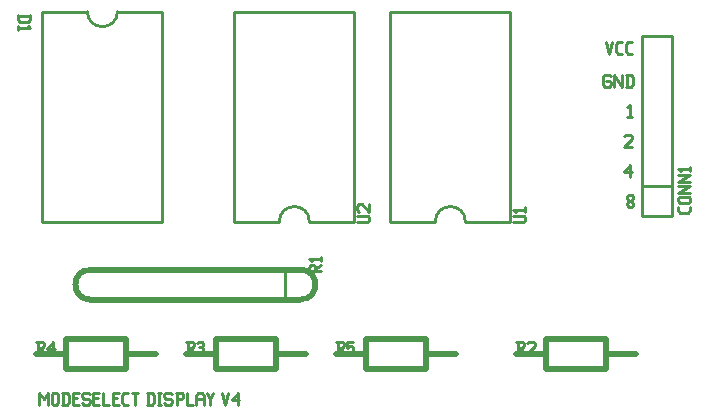
<source format=gto>
G04 start of page 13 for group -4079 idx -4079 *
G04 Title: (unknown), topsilk *
G04 Creator: pcb 4.2.2 *
G04 CreationDate: Sat Mar 22 22:15:11 2025 UTC *
G04 For: electronics *
G04 Format: Gerber/RS-274X *
G04 PCB-Dimensions (mil): 2500.00 1500.00 *
G04 PCB-Coordinate-Origin: lower left *
%MOIN*%
%FSLAX25Y25*%
%LNGTO*%
%ADD75C,0.0200*%
%ADD74C,0.0100*%
G54D74*X220000Y124000D02*X221000Y120000D01*
X222000Y124000D01*
X223900Y120000D02*X225200D01*
X223200Y120700D02*X223900Y120000D01*
X223200Y123300D02*Y120700D01*
Y123300D02*X223900Y124000D01*
X225200D01*
X227100Y120000D02*X228400D01*
X226400Y120700D02*X227100Y120000D01*
X226400Y123300D02*Y120700D01*
Y123300D02*X227100Y124000D01*
X228400D01*
X221000Y113000D02*X221500Y112500D01*
X219500Y113000D02*X221000D01*
X219000Y112500D02*X219500Y113000D01*
X219000Y112500D02*Y109500D01*
X219500Y109000D01*
X221000D01*
X221500Y109500D01*
Y110500D02*Y109500D01*
X221000Y111000D02*X221500Y110500D01*
X220000Y111000D02*X221000D01*
X222700Y113000D02*Y109000D01*
Y113000D02*X225200Y109000D01*
Y113000D02*Y109000D01*
X226900Y113000D02*Y109000D01*
X228200Y113000D02*X228900Y112300D01*
Y109700D01*
X228200Y109000D02*X228900Y109700D01*
X226400Y109000D02*X228200D01*
X226400Y113000D02*X228200D01*
X227000Y102200D02*X227800Y103000D01*
Y99000D01*
X227000D02*X228500D01*
X226000Y92500D02*X226500Y93000D01*
X228000D01*
X228500Y92500D01*
Y91500D01*
X226000Y89000D02*X228500Y91500D01*
X226000Y89000D02*X228500D01*
X226000Y80500D02*X228000Y83000D01*
X226000Y80500D02*X228500D01*
X228000Y83000D02*Y79000D01*
X227000Y69500D02*X227500Y69000D01*
X227000Y70300D02*Y69500D01*
Y70300D02*X227700Y71000D01*
X228300D01*
X229000Y70300D01*
Y69500D01*
X228500Y69000D02*X229000Y69500D01*
X227500Y69000D02*X228500D01*
X227000Y71700D02*X227700Y71000D01*
X227000Y72500D02*Y71700D01*
Y72500D02*X227500Y73000D01*
X228500D01*
X229000Y72500D01*
Y71700D01*
X228300Y71000D02*X229000Y71700D01*
X31000Y7000D02*Y3000D01*
Y7000D02*X32500Y5000D01*
X34000Y7000D01*
Y3000D01*
X35200Y6500D02*Y3500D01*
Y6500D02*X35700Y7000D01*
X36700D01*
X37200Y6500D01*
Y3500D01*
X36700Y3000D02*X37200Y3500D01*
X35700Y3000D02*X36700D01*
X35200Y3500D02*X35700Y3000D01*
X38900Y7000D02*Y3000D01*
X40200Y7000D02*X40900Y6300D01*
Y3700D01*
X40200Y3000D02*X40900Y3700D01*
X38400Y3000D02*X40200D01*
X38400Y7000D02*X40200D01*
X42100Y5200D02*X43600D01*
X42100Y3000D02*X44100D01*
X42100Y7000D02*Y3000D01*
Y7000D02*X44100D01*
X47300D02*X47800Y6500D01*
X45800Y7000D02*X47300D01*
X45300Y6500D02*X45800Y7000D01*
X45300Y6500D02*Y5500D01*
X45800Y5000D01*
X47300D01*
X47800Y4500D01*
Y3500D01*
X47300Y3000D02*X47800Y3500D01*
X45800Y3000D02*X47300D01*
X45300Y3500D02*X45800Y3000D01*
X49000Y5200D02*X50500D01*
X49000Y3000D02*X51000D01*
X49000Y7000D02*Y3000D01*
Y7000D02*X51000D01*
X52200D02*Y3000D01*
X54200D01*
X55400Y5200D02*X56900D01*
X55400Y3000D02*X57400D01*
X55400Y7000D02*Y3000D01*
Y7000D02*X57400D01*
X59300Y3000D02*X60600D01*
X58600Y3700D02*X59300Y3000D01*
X58600Y6300D02*Y3700D01*
Y6300D02*X59300Y7000D01*
X60600D01*
X61800D02*X63800D01*
X62800D02*Y3000D01*
X67300Y7000D02*Y3000D01*
X68600Y7000D02*X69300Y6300D01*
Y3700D01*
X68600Y3000D02*X69300Y3700D01*
X66800Y3000D02*X68600D01*
X66800Y7000D02*X68600D01*
X70500D02*X71500D01*
X71000D02*Y3000D01*
X70500D02*X71500D01*
X74700Y7000D02*X75200Y6500D01*
X73200Y7000D02*X74700D01*
X72700Y6500D02*X73200Y7000D01*
X72700Y6500D02*Y5500D01*
X73200Y5000D01*
X74700D01*
X75200Y4500D01*
Y3500D01*
X74700Y3000D02*X75200Y3500D01*
X73200Y3000D02*X74700D01*
X72700Y3500D02*X73200Y3000D01*
X76900Y7000D02*Y3000D01*
X76400Y7000D02*X78400D01*
X78900Y6500D01*
Y5500D01*
X78400Y5000D02*X78900Y5500D01*
X76900Y5000D02*X78400D01*
X80100Y7000D02*Y3000D01*
X82100D01*
X83300Y6000D02*Y3000D01*
Y6000D02*X84000Y7000D01*
X85100D01*
X85800Y6000D01*
Y3000D01*
X83300Y5000D02*X85800D01*
X87000Y7000D02*X88000Y5000D01*
X89000Y7000D01*
X88000Y5000D02*Y3000D01*
X92000Y7000D02*X93000Y3000D01*
X94000Y7000D01*
X95200Y4500D02*X97200Y7000D01*
X95200Y4500D02*X97700D01*
X97200Y7000D02*Y3000D01*
G54D75*X90000Y25000D02*X110000D01*
Y15000D01*
X90000D01*
Y25000D01*
X80000Y20000D02*X90000D01*
X110000D02*X120000D01*
X40000Y25000D02*X60000D01*
Y15000D01*
X40000D01*
Y25000D01*
X30000Y20000D02*X40000D01*
X60000D02*X70000D01*
G54D74*X136000Y134000D02*Y64000D01*
X96000Y134000D02*X136000D01*
X96000D02*Y64000D01*
X121000D02*X136000D01*
X96000D02*X111000D01*
X121000D02*G75*G03X111000Y64000I-5000J0D01*G01*
G54D75*X48000Y48000D02*X118000D01*
X48000Y38000D02*X118000D01*
G54D74*X113000Y48000D02*Y38000D01*
G54D75*X118000D02*G75*G03X118000Y48000I0J5000D01*G01*
X48000D02*G75*G03X48000Y38000I0J-5000D01*G01*
X200000Y25000D02*X220000D01*
Y15000D01*
X200000D01*
Y25000D01*
X190000Y20000D02*X200000D01*
X220000D02*X230000D01*
X140000Y25000D02*X160000D01*
Y15000D01*
X140000D01*
Y25000D01*
X130000Y20000D02*X140000D01*
X160000D02*X170000D01*
G54D74*X242000Y126000D02*Y66000D01*
X232000Y126000D02*X242000D01*
X232000D02*Y66000D01*
X242000D01*
X232000Y76000D02*X242000D01*
X232000D02*Y66000D01*
X188000Y134000D02*Y64000D01*
X148000Y134000D02*X188000D01*
X148000D02*Y64000D01*
X173000D02*X188000D01*
X148000D02*X163000D01*
X173000D02*G75*G03X163000Y64000I-5000J0D01*G01*
X32000Y134000D02*Y64000D01*
X72000D01*
Y134000D02*Y64000D01*
X32000Y134000D02*X47000D01*
X57000D02*X72000D01*
X47000D02*G75*G03X57000Y134000I5000J0D01*G01*
X130000Y24000D02*X132000D01*
X132500Y23500D01*
Y22500D01*
X132000Y22000D02*X132500Y22500D01*
X130500Y22000D02*X132000D01*
X130500Y24000D02*Y20000D01*
X131300Y22000D02*X132500Y20000D01*
X133700Y24000D02*X135700D01*
X133700D02*Y22000D01*
X134200Y22500D01*
X135200D01*
X135700Y22000D01*
Y20500D01*
X135200Y20000D02*X135700Y20500D01*
X134200Y20000D02*X135200D01*
X133700Y20500D02*X134200Y20000D01*
X80000Y24000D02*X82000D01*
X82500Y23500D01*
Y22500D01*
X82000Y22000D02*X82500Y22500D01*
X80500Y22000D02*X82000D01*
X80500Y24000D02*Y20000D01*
X81300Y22000D02*X82500Y20000D01*
X83700Y23500D02*X84200Y24000D01*
X85200D01*
X85700Y23500D01*
X85200Y20000D02*X85700Y20500D01*
X84200Y20000D02*X85200D01*
X83700Y20500D02*X84200Y20000D01*
Y22200D02*X85200D01*
X85700Y23500D02*Y22700D01*
Y21700D02*Y20500D01*
Y21700D02*X85200Y22200D01*
X85700Y22700D02*X85200Y22200D01*
X30000Y24000D02*X32000D01*
X32500Y23500D01*
Y22500D01*
X32000Y22000D02*X32500Y22500D01*
X30500Y22000D02*X32000D01*
X30500Y24000D02*Y20000D01*
X31300Y22000D02*X32500Y20000D01*
X33700Y21500D02*X35700Y24000D01*
X33700Y21500D02*X36200D01*
X35700Y24000D02*Y20000D01*
X137000Y64000D02*X140500D01*
X141000Y64500D01*
Y65500D02*Y64500D01*
Y65500D02*X140500Y66000D01*
X137000D02*X140500D01*
X137500Y67200D02*X137000Y67700D01*
Y69200D02*Y67700D01*
Y69200D02*X137500Y69700D01*
X138500D01*
X141000Y67200D02*X138500Y69700D01*
X141000D02*Y67200D01*
X121000Y49000D02*Y47000D01*
Y49000D02*X121500Y49500D01*
X122500D01*
X123000Y49000D02*X122500Y49500D01*
X123000Y49000D02*Y47500D01*
X121000D02*X125000D01*
X123000Y48300D02*X125000Y49500D01*
X121800Y50700D02*X121000Y51500D01*
X125000D01*
Y52200D02*Y50700D01*
X190000Y24000D02*X192000D01*
X192500Y23500D01*
Y22500D01*
X192000Y22000D02*X192500Y22500D01*
X190500Y22000D02*X192000D01*
X190500Y24000D02*Y20000D01*
X191300Y22000D02*X192500Y20000D01*
X193700Y23500D02*X194200Y24000D01*
X195700D01*
X196200Y23500D01*
Y22500D01*
X193700Y20000D02*X196200Y22500D01*
X193700Y20000D02*X196200D01*
X248000Y69000D02*Y67700D01*
X247300Y67000D02*X248000Y67700D01*
X244700Y67000D02*X247300D01*
X244700D02*X244000Y67700D01*
Y69000D02*Y67700D01*
X244500Y70200D02*X247500D01*
X244500D02*X244000Y70700D01*
Y71700D02*Y70700D01*
Y71700D02*X244500Y72200D01*
X247500D01*
X248000Y71700D02*X247500Y72200D01*
X248000Y71700D02*Y70700D01*
X247500Y70200D02*X248000Y70700D01*
X244000Y73400D02*X248000D01*
X244000D02*X248000Y75900D01*
X244000D02*X248000D01*
X244000Y77100D02*X248000D01*
X244000D02*X248000Y79600D01*
X244000D02*X248000D01*
X244800Y80800D02*X244000Y81600D01*
X248000D01*
Y82300D02*Y80800D01*
X189000Y64000D02*X192500D01*
X193000Y64500D01*
Y65500D02*Y64500D01*
Y65500D02*X192500Y66000D01*
X189000D02*X192500D01*
X189800Y67200D02*X189000Y68000D01*
X193000D01*
Y68700D02*Y67200D01*
X24000Y132500D02*X28000D01*
Y131200D02*X27300Y130500D01*
X24700D02*X27300D01*
X24000Y131200D02*X24700Y130500D01*
X24000Y133000D02*Y131200D01*
X28000Y133000D02*Y131200D01*
X27200Y129300D02*X28000Y128500D01*
X24000D02*X28000D01*
X24000Y129300D02*Y127800D01*
M02*

</source>
